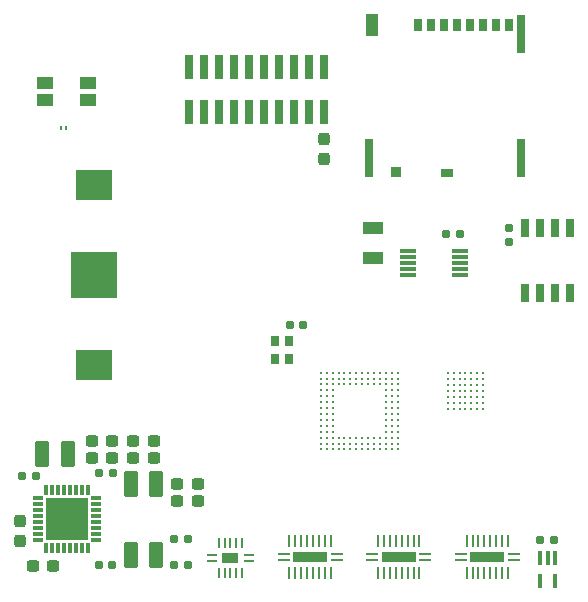
<source format=gbr>
%TF.GenerationSoftware,KiCad,Pcbnew,(6.0.2)*%
%TF.CreationDate,2023-11-17T15:53:31+01:00*%
%TF.ProjectId,CartGen4,43617274-4765-46e3-942e-6b696361645f,rev?*%
%TF.SameCoordinates,Original*%
%TF.FileFunction,Paste,Top*%
%TF.FilePolarity,Positive*%
%FSLAX46Y46*%
G04 Gerber Fmt 4.6, Leading zero omitted, Abs format (unit mm)*
G04 Created by KiCad (PCBNEW (6.0.2)) date 2023-11-17 15:53:31*
%MOMM*%
%LPD*%
G01*
G04 APERTURE LIST*
G04 Aperture macros list*
%AMRoundRect*
0 Rectangle with rounded corners*
0 $1 Rounding radius*
0 $2 $3 $4 $5 $6 $7 $8 $9 X,Y pos of 4 corners*
0 Add a 4 corners polygon primitive as box body*
4,1,4,$2,$3,$4,$5,$6,$7,$8,$9,$2,$3,0*
0 Add four circle primitives for the rounded corners*
1,1,$1+$1,$2,$3*
1,1,$1+$1,$4,$5*
1,1,$1+$1,$6,$7*
1,1,$1+$1,$8,$9*
0 Add four rect primitives between the rounded corners*
20,1,$1+$1,$2,$3,$4,$5,0*
20,1,$1+$1,$4,$5,$6,$7,0*
20,1,$1+$1,$6,$7,$8,$9,0*
20,1,$1+$1,$8,$9,$2,$3,0*%
%AMOutline5P*
0 Free polygon, 5 corners , with rotation*
0 The origin of the aperture is its center*
0 number of corners: always 5*
0 $1 to $10 corner X, Y*
0 $11 Rotation angle, in degrees counterclockwise*
0 create outline with 5 corners*
4,1,5,$1,$2,$3,$4,$5,$6,$7,$8,$9,$10,$1,$2,$11*%
%AMOutline6P*
0 Free polygon, 6 corners , with rotation*
0 The origin of the aperture is its center*
0 number of corners: always 6*
0 $1 to $12 corner X, Y*
0 $13 Rotation angle, in degrees counterclockwise*
0 create outline with 6 corners*
4,1,6,$1,$2,$3,$4,$5,$6,$7,$8,$9,$10,$11,$12,$1,$2,$13*%
%AMOutline7P*
0 Free polygon, 7 corners , with rotation*
0 The origin of the aperture is its center*
0 number of corners: always 7*
0 $1 to $14 corner X, Y*
0 $15 Rotation angle, in degrees counterclockwise*
0 create outline with 7 corners*
4,1,7,$1,$2,$3,$4,$5,$6,$7,$8,$9,$10,$11,$12,$13,$14,$1,$2,$15*%
%AMOutline8P*
0 Free polygon, 8 corners , with rotation*
0 The origin of the aperture is its center*
0 number of corners: always 8*
0 $1 to $16 corner X, Y*
0 $17 Rotation angle, in degrees counterclockwise*
0 create outline with 8 corners*
4,1,8,$1,$2,$3,$4,$5,$6,$7,$8,$9,$10,$11,$12,$13,$14,$15,$16,$1,$2,$17*%
G04 Aperture macros list end*
%ADD10C,0.250000*%
%ADD11R,0.760000X2.049999*%
%ADD12R,0.900000X0.930000*%
%ADD13R,1.050000X0.780000*%
%ADD14R,0.700000X1.100000*%
%ADD15R,0.700000X3.330000*%
%ADD16R,1.140000X1.830000*%
%ADD17C,0.230000*%
%ADD18RoundRect,0.155000X-0.212500X-0.155000X0.212500X-0.155000X0.212500X0.155000X-0.212500X0.155000X0*%
%ADD19RoundRect,0.237500X-0.300000X-0.237500X0.300000X-0.237500X0.300000X0.237500X-0.300000X0.237500X0*%
%ADD20RoundRect,0.237500X0.300000X0.237500X-0.300000X0.237500X-0.300000X-0.237500X0.300000X-0.237500X0*%
%ADD21R,0.650000X1.525000*%
%ADD22RoundRect,0.237500X-0.237500X0.300000X-0.237500X-0.300000X0.237500X-0.300000X0.237500X0.300000X0*%
%ADD23R,0.260000X0.360000*%
%ADD24R,1.428000X0.300000*%
%ADD25R,0.800000X0.900000*%
%ADD26Outline5P,-0.150000X0.425000X0.150000X0.425000X0.150000X-0.365000X0.090000X-0.425000X-0.150000X-0.425000X180.000000*%
%ADD27R,0.300000X0.850000*%
%ADD28Outline5P,-0.150000X0.425000X0.150000X0.425000X0.150000X-0.425000X-0.090000X-0.425000X-0.150000X-0.365000X180.000000*%
%ADD29Outline5P,-0.150000X0.365000X-0.090000X0.425000X0.150000X0.425000X0.150000X-0.425000X-0.150000X-0.425000X90.000000*%
%ADD30R,0.850000X0.300000*%
%ADD31Outline5P,-0.150000X0.425000X0.090000X0.425000X0.150000X0.365000X0.150000X-0.425000X-0.150000X-0.425000X90.000000*%
%ADD32Outline5P,-0.150000X0.365000X-0.090000X0.425000X0.150000X0.425000X0.150000X-0.425000X-0.150000X-0.425000X180.000000*%
%ADD33Outline5P,-0.150000X0.425000X0.090000X0.425000X0.150000X0.365000X0.150000X-0.425000X-0.150000X-0.425000X180.000000*%
%ADD34Outline5P,-0.150000X0.425000X0.150000X0.425000X0.150000X-0.365000X0.090000X-0.425000X-0.150000X-0.425000X90.000000*%
%ADD35Outline5P,-0.150000X0.425000X0.150000X0.425000X0.150000X-0.425000X-0.090000X-0.425000X-0.150000X-0.365000X90.000000*%
%ADD36R,3.550000X3.550000*%
%ADD37R,1.000000X0.290000*%
%ADD38R,0.290000X1.000000*%
%ADD39R,2.900000X0.900000*%
%ADD40RoundRect,0.160000X-0.197500X-0.160000X0.197500X-0.160000X0.197500X0.160000X-0.197500X0.160000X0*%
%ADD41RoundRect,0.160000X0.197500X0.160000X-0.197500X0.160000X-0.197500X-0.160000X0.197500X-0.160000X0*%
%ADD42R,0.900000X0.240000*%
%ADD43R,0.240000X0.900000*%
%ADD44R,1.400000X0.900000*%
%ADD45R,3.170000X2.540000*%
%ADD46R,3.960000X3.960000*%
%ADD47R,1.400000X1.050000*%
%ADD48RoundRect,0.155000X-0.155000X0.212500X-0.155000X-0.212500X0.155000X-0.212500X0.155000X0.212500X0*%
%ADD49R,1.800000X1.000000*%
%ADD50RoundRect,0.250000X-0.375000X-0.850000X0.375000X-0.850000X0.375000X0.850000X-0.375000X0.850000X0*%
%ADD51RoundRect,0.155000X0.212500X0.155000X-0.212500X0.155000X-0.212500X-0.155000X0.212500X-0.155000X0*%
%ADD52R,0.400000X1.200000*%
G04 APERTURE END LIST*
D10*
%TO.C,U9*%
X68500000Y-70400000D03*
X69000000Y-70400000D03*
X69500000Y-70400000D03*
X70000000Y-70400000D03*
X70500000Y-70400000D03*
X71000000Y-70400000D03*
X71500000Y-70400000D03*
X72000000Y-70400000D03*
X72500000Y-70400000D03*
X73000000Y-70400000D03*
X73500000Y-70400000D03*
X74000000Y-70400000D03*
X74500000Y-70400000D03*
X75000000Y-70400000D03*
X68500000Y-70900000D03*
X69000000Y-70900000D03*
X69500000Y-70900000D03*
X70000000Y-70900000D03*
X70500000Y-70900000D03*
X71000000Y-70900000D03*
X71500000Y-70900000D03*
X72000000Y-70900000D03*
X72500000Y-70900000D03*
X73000000Y-70900000D03*
X73500000Y-70900000D03*
X74000000Y-70900000D03*
X74500000Y-70900000D03*
X75000000Y-70900000D03*
X68500000Y-71400000D03*
X69000000Y-71400000D03*
X69500000Y-71400000D03*
X70000000Y-71400000D03*
X70500000Y-71400000D03*
X71000000Y-71400000D03*
X71500000Y-71400000D03*
X72000000Y-71400000D03*
X72500000Y-71400000D03*
X73000000Y-71400000D03*
X73500000Y-71400000D03*
X74000000Y-71400000D03*
X74500000Y-71400000D03*
X75000000Y-71400000D03*
X68500000Y-71900000D03*
X69000000Y-71900000D03*
X69500000Y-71900000D03*
X74000000Y-71900000D03*
X74500000Y-71900000D03*
X75000000Y-71900000D03*
X68500000Y-72400000D03*
X69000000Y-72400000D03*
X69500000Y-72400000D03*
X74000000Y-72400000D03*
X74500000Y-72400000D03*
X75000000Y-72400000D03*
X68500000Y-72900000D03*
X69000000Y-72900000D03*
X69500000Y-72900000D03*
X74000000Y-72900000D03*
X74500000Y-72900000D03*
X75000000Y-72900000D03*
X68500000Y-73400000D03*
X69000000Y-73400000D03*
X69500000Y-73400000D03*
X74000000Y-73400000D03*
X74500000Y-73400000D03*
X75000000Y-73400000D03*
X68500000Y-73900000D03*
X69000000Y-73900000D03*
X69500000Y-73900000D03*
X74000000Y-73900000D03*
X74500000Y-73900000D03*
X75000000Y-73900000D03*
X68500000Y-74400000D03*
X69000000Y-74400000D03*
X69500000Y-74400000D03*
X74000000Y-74400000D03*
X74500000Y-74400000D03*
X75000000Y-74400000D03*
X68500000Y-74900000D03*
X69000000Y-74900000D03*
X69500000Y-74900000D03*
X74000000Y-74900000D03*
X74500000Y-74900000D03*
X75000000Y-74900000D03*
X68500000Y-75400000D03*
X69000000Y-75400000D03*
X69500000Y-75400000D03*
X74000000Y-75400000D03*
X74500000Y-75400000D03*
X75000000Y-75400000D03*
X68500000Y-75900000D03*
X69000000Y-75900000D03*
X69500000Y-75900000D03*
X70000000Y-75900000D03*
X70500000Y-75900000D03*
X71000000Y-75900000D03*
X71500000Y-75900000D03*
X72000000Y-75900000D03*
X72500000Y-75900000D03*
X73000000Y-75900000D03*
X73500000Y-75900000D03*
X74000000Y-75900000D03*
X74500000Y-75900000D03*
X75000000Y-75900000D03*
X68500000Y-76400000D03*
X69000000Y-76400000D03*
X69500000Y-76400000D03*
X70000000Y-76400000D03*
X70500000Y-76400000D03*
X71000000Y-76400000D03*
X71500000Y-76400000D03*
X72000000Y-76400000D03*
X72500000Y-76400000D03*
X73000000Y-76400000D03*
X73500000Y-76400000D03*
X74000000Y-76400000D03*
X74500000Y-76400000D03*
X75000000Y-76400000D03*
X68500000Y-76900000D03*
X69000000Y-76900000D03*
X69500000Y-76900000D03*
X70000000Y-76900000D03*
X70500000Y-76900000D03*
X71000000Y-76900000D03*
X71500000Y-76900000D03*
X72000000Y-76900000D03*
X72500000Y-76900000D03*
X73000000Y-76900000D03*
X73500000Y-76900000D03*
X74000000Y-76900000D03*
X74500000Y-76900000D03*
X75000000Y-76900000D03*
%TD*%
D11*
%TO.C,J3*%
X57360000Y-48300000D03*
X57360000Y-44550000D03*
X58630000Y-48300000D03*
X58630000Y-44550000D03*
X59900000Y-48300000D03*
X59900000Y-44550000D03*
X61170000Y-48300000D03*
X61170000Y-44550000D03*
X62440000Y-48300000D03*
X62440000Y-44550000D03*
X63710000Y-48300000D03*
X63710000Y-44550000D03*
X64980000Y-48300000D03*
X64980000Y-44550000D03*
X66250000Y-48300000D03*
X66250000Y-44550000D03*
X67520000Y-48300000D03*
X67520000Y-44550000D03*
X68790000Y-48300000D03*
X68790000Y-44550000D03*
%TD*%
D12*
%TO.C,J1*%
X74902500Y-53390000D03*
D13*
X79167500Y-53465000D03*
D14*
X76692500Y-40925000D03*
X77792500Y-40925000D03*
X78892500Y-40925000D03*
X79992500Y-40925000D03*
X81092500Y-40925000D03*
X82192500Y-40925000D03*
X83292500Y-40925000D03*
X84392500Y-40925000D03*
D15*
X85492500Y-52190000D03*
X72592500Y-52190000D03*
X85472500Y-41690000D03*
D16*
X72812500Y-40940000D03*
%TD*%
D17*
%TO.C,U5*%
X79250000Y-70450000D03*
X79750000Y-70450000D03*
X80250000Y-70450000D03*
X80750000Y-70450000D03*
X81250000Y-70450000D03*
X81750000Y-70450000D03*
X82250000Y-70450000D03*
X79250000Y-70950000D03*
X79750000Y-70950000D03*
X80250000Y-70950000D03*
X80750000Y-70950000D03*
X81250000Y-70950000D03*
X81750000Y-70950000D03*
X82250000Y-70950000D03*
X79250000Y-71450000D03*
X79750000Y-71450000D03*
X80250000Y-71450000D03*
X80750000Y-71450000D03*
X81250000Y-71450000D03*
X81750000Y-71450000D03*
X82250000Y-71450000D03*
X79250000Y-71950000D03*
X79750000Y-71950000D03*
X80250000Y-71950000D03*
X80750000Y-71950000D03*
X81250000Y-71950000D03*
X81750000Y-71950000D03*
X82250000Y-71950000D03*
X79250000Y-72450000D03*
X79750000Y-72450000D03*
X80250000Y-72450000D03*
X80750000Y-72450000D03*
X81250000Y-72450000D03*
X81750000Y-72450000D03*
X82250000Y-72450000D03*
X79250000Y-72950000D03*
X79750000Y-72950000D03*
X80250000Y-72950000D03*
X80750000Y-72950000D03*
X81250000Y-72950000D03*
X81750000Y-72950000D03*
X82250000Y-72950000D03*
X79250000Y-73450000D03*
X79750000Y-73450000D03*
X80250000Y-73450000D03*
X80750000Y-73450000D03*
X81250000Y-73450000D03*
X81750000Y-73450000D03*
X82250000Y-73450000D03*
%TD*%
D18*
%TO.C,C2*%
X56082500Y-86700000D03*
X57217500Y-86700000D03*
%TD*%
D19*
%TO.C,C10*%
X56337500Y-81300000D03*
X58062500Y-81300000D03*
%TD*%
D20*
%TO.C,C15*%
X54362500Y-77650000D03*
X52637500Y-77650000D03*
%TD*%
D21*
%TO.C,U10*%
X85795000Y-63612000D03*
X87065000Y-63612000D03*
X88335000Y-63612000D03*
X89605000Y-63612000D03*
X89605000Y-58188000D03*
X88335000Y-58188000D03*
X87065000Y-58188000D03*
X85795000Y-58188000D03*
%TD*%
D22*
%TO.C,C46*%
X68800000Y-50587500D03*
X68800000Y-52312500D03*
%TD*%
D23*
%TO.C,D1*%
X46470000Y-49650000D03*
X46930000Y-49650000D03*
%TD*%
D19*
%TO.C,C13*%
X49137500Y-76150000D03*
X50862500Y-76150000D03*
%TD*%
D22*
%TO.C,C5*%
X43000000Y-82937500D03*
X43000000Y-84662500D03*
%TD*%
D24*
%TO.C,U11*%
X75914000Y-60100000D03*
X75914000Y-60600000D03*
X75914000Y-61100000D03*
X75914000Y-61600000D03*
X75914000Y-62100000D03*
X80286000Y-62100000D03*
X80286000Y-61600000D03*
X80286000Y-61100000D03*
X80286000Y-60600000D03*
X80286000Y-60100000D03*
%TD*%
D18*
%TO.C,C4*%
X49721138Y-86694040D03*
X50856138Y-86694040D03*
%TD*%
D25*
%TO.C,U3*%
X64650000Y-67700000D03*
X64650000Y-69200000D03*
X65850000Y-69200000D03*
X65850000Y-67700000D03*
%TD*%
D20*
%TO.C,C1*%
X45862500Y-86800000D03*
X44137500Y-86800000D03*
%TD*%
D26*
%TO.C,U1*%
X45250000Y-85250000D03*
D27*
X45750000Y-85250000D03*
X46250000Y-85250000D03*
X46750000Y-85250000D03*
X47250000Y-85250000D03*
X47750000Y-85250000D03*
X48250000Y-85250000D03*
D28*
X48750000Y-85250000D03*
D29*
X49450000Y-84550000D03*
D30*
X49450000Y-84050000D03*
X49450000Y-83550000D03*
X49450000Y-83050000D03*
X49450000Y-82550000D03*
X49450000Y-82050000D03*
X49450000Y-81550000D03*
D31*
X49450000Y-81050000D03*
D32*
X48750000Y-80350000D03*
D27*
X48250000Y-80350000D03*
X47750000Y-80350000D03*
X47250000Y-80350000D03*
X46750000Y-80350000D03*
X46250000Y-80350000D03*
X45750000Y-80350000D03*
D33*
X45250000Y-80350000D03*
D34*
X44550000Y-81050000D03*
D30*
X44550000Y-81550000D03*
X44550000Y-82050000D03*
X44550000Y-82550000D03*
X44550000Y-83050000D03*
X44550000Y-83550000D03*
X44550000Y-84050000D03*
D35*
X44550000Y-84550000D03*
D36*
X47000000Y-82800000D03*
%TD*%
D37*
%TO.C,U7*%
X69850000Y-85750000D03*
D38*
X69350000Y-84650000D03*
X68850000Y-84650000D03*
X68350000Y-84650000D03*
X67850000Y-84650000D03*
X67350000Y-84650000D03*
X66850000Y-84650000D03*
X66350000Y-84650000D03*
X65850000Y-84650000D03*
D37*
X65350000Y-85750000D03*
X65350000Y-86250000D03*
D38*
X65850000Y-87350000D03*
X66350000Y-87350000D03*
X66850000Y-87350000D03*
X67350000Y-87350000D03*
X67850000Y-87350000D03*
X68350000Y-87350000D03*
X68850000Y-87350000D03*
X69350000Y-87350000D03*
D37*
X69850000Y-86250000D03*
D39*
X67600000Y-86000000D03*
%TD*%
D19*
%TO.C,C12*%
X49137500Y-77650000D03*
X50862500Y-77650000D03*
%TD*%
D40*
%TO.C,R11*%
X87052500Y-84550000D03*
X88247500Y-84550000D03*
%TD*%
D19*
%TO.C,C8*%
X56337500Y-79800000D03*
X58062500Y-79800000D03*
%TD*%
D41*
%TO.C,R14*%
X57247500Y-84500000D03*
X56052500Y-84500000D03*
%TD*%
D37*
%TO.C,U6*%
X77350000Y-85750000D03*
D38*
X76850000Y-84650000D03*
X76350000Y-84650000D03*
X75850000Y-84650000D03*
X75350000Y-84650000D03*
X74850000Y-84650000D03*
X74350000Y-84650000D03*
X73850000Y-84650000D03*
X73350000Y-84650000D03*
D37*
X72850000Y-85750000D03*
X72850000Y-86250000D03*
D38*
X73350000Y-87350000D03*
X73850000Y-87350000D03*
X74350000Y-87350000D03*
X74850000Y-87350000D03*
X75350000Y-87350000D03*
X75850000Y-87350000D03*
X76350000Y-87350000D03*
X76850000Y-87350000D03*
D37*
X77350000Y-86250000D03*
D39*
X75100000Y-86000000D03*
%TD*%
D18*
%TO.C,C18*%
X65882500Y-66350000D03*
X67017500Y-66350000D03*
%TD*%
D42*
%TO.C,U8*%
X62400000Y-85850000D03*
D43*
X61850000Y-84800000D03*
X61350000Y-84800000D03*
X60850000Y-84800000D03*
X60350000Y-84800000D03*
X59850000Y-84800000D03*
D42*
X59300000Y-85850000D03*
X59300000Y-86350000D03*
D43*
X59850000Y-87400000D03*
X60350000Y-87400000D03*
X60850000Y-87400000D03*
X61350000Y-87400000D03*
X61850000Y-87400000D03*
D42*
X62400000Y-86350000D03*
D44*
X60850000Y-86100000D03*
%TD*%
D45*
%TO.C,BT1*%
X49300000Y-54530000D03*
X49300000Y-69770000D03*
D46*
X49300000Y-62150000D03*
%TD*%
D47*
%TO.C,SW1*%
X45150000Y-45875000D03*
X48750000Y-45875000D03*
X45150000Y-47325000D03*
X48750000Y-47325000D03*
%TD*%
D20*
%TO.C,C16*%
X54362500Y-76150000D03*
X52637500Y-76150000D03*
%TD*%
D48*
%TO.C,C34*%
X84400000Y-58182500D03*
X84400000Y-59317500D03*
%TD*%
D49*
%TO.C,Y1*%
X72900000Y-58150000D03*
X72900000Y-60650000D03*
%TD*%
D50*
%TO.C,L1*%
X52425000Y-85800000D03*
X54575000Y-85800000D03*
%TD*%
D37*
%TO.C,U4*%
X84850000Y-85750000D03*
D38*
X84350000Y-84650000D03*
X83850000Y-84650000D03*
X83350000Y-84650000D03*
X82850000Y-84650000D03*
X82350000Y-84650000D03*
X81850000Y-84650000D03*
X81350000Y-84650000D03*
X80850000Y-84650000D03*
D37*
X80350000Y-85750000D03*
X80350000Y-86250000D03*
D38*
X80850000Y-87350000D03*
X81350000Y-87350000D03*
X81850000Y-87350000D03*
X82350000Y-87350000D03*
X82850000Y-87350000D03*
X83350000Y-87350000D03*
X83850000Y-87350000D03*
X84350000Y-87350000D03*
D37*
X84850000Y-86250000D03*
D39*
X82600000Y-86000000D03*
%TD*%
D18*
%TO.C,C9*%
X43232500Y-79150000D03*
X44367500Y-79150000D03*
%TD*%
D50*
%TO.C,L2*%
X44925000Y-77300000D03*
X47075000Y-77300000D03*
%TD*%
D51*
%TO.C,C35*%
X80267500Y-58700000D03*
X79132500Y-58700000D03*
%TD*%
D52*
%TO.C,U2*%
X88350000Y-86100000D03*
X87700000Y-86100000D03*
X87050000Y-86100000D03*
X87050000Y-88000000D03*
X88350000Y-88000000D03*
%TD*%
D18*
%TO.C,C11*%
X49732500Y-78900000D03*
X50867500Y-78900000D03*
%TD*%
D50*
%TO.C,L3*%
X52425000Y-79800000D03*
X54575000Y-79800000D03*
%TD*%
M02*

</source>
